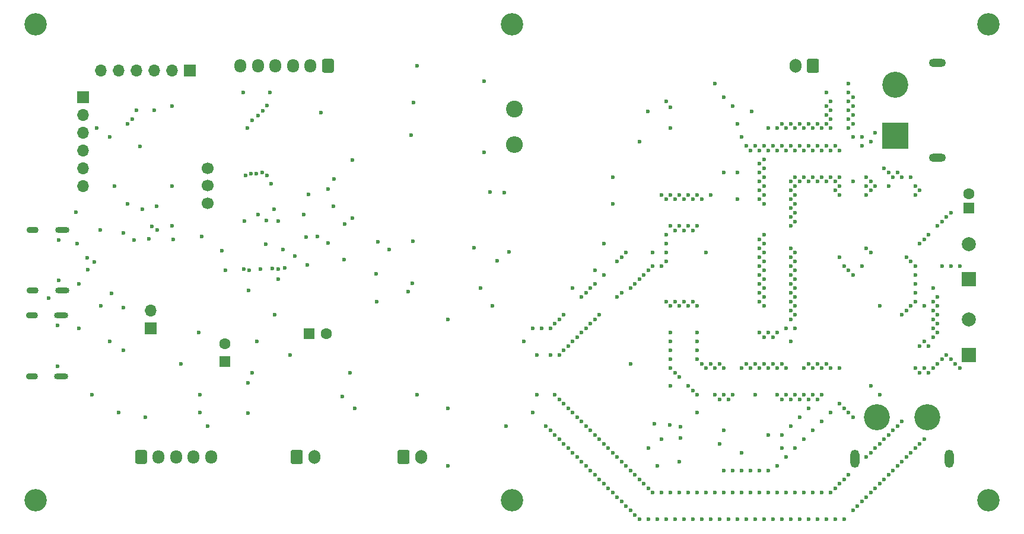
<source format=gbs>
G04 #@! TF.GenerationSoftware,KiCad,Pcbnew,(5.1.12)-1*
G04 #@! TF.CreationDate,2022-01-12T16:51:38+09:00*
G04 #@! TF.ProjectId,NHK2022_MD_product,4e484b32-3032-4325-9f4d-445f70726f64,rev?*
G04 #@! TF.SameCoordinates,PX3c8eee0PY853a720*
G04 #@! TF.FileFunction,Soldermask,Bot*
G04 #@! TF.FilePolarity,Negative*
%FSLAX46Y46*%
G04 Gerber Fmt 4.6, Leading zero omitted, Abs format (unit mm)*
G04 Created by KiCad (PCBNEW (5.1.12)-1) date 2022-01-12 16:51:38*
%MOMM*%
%LPD*%
G01*
G04 APERTURE LIST*
%ADD10O,2.000000X0.900000*%
%ADD11O,1.700000X0.900000*%
%ADD12C,0.600000*%
%ADD13C,3.200000*%
%ADD14R,1.600000X1.600000*%
%ADD15C,1.600000*%
%ADD16C,2.000000*%
%ADD17R,2.000000X2.000000*%
%ADD18R,1.700000X1.700000*%
%ADD19O,1.700000X1.700000*%
%ADD20C,2.400000*%
%ADD21O,2.400000X2.400000*%
%ADD22C,1.700000*%
%ADD23C,3.716000*%
%ADD24O,1.300000X2.600000*%
%ADD25R,3.716000X3.716000*%
%ADD26O,2.400000X1.200000*%
%ADD27O,1.700000X2.000000*%
%ADD28O,1.700000X1.950000*%
G04 APERTURE END LIST*
D10*
X-4930000Y23515000D03*
X-4930000Y14875000D03*
D11*
X-9100000Y23515000D03*
X-9100000Y14875000D03*
D12*
X-5410000Y16305000D03*
X-5410000Y22085000D03*
D13*
X-8700000Y-15050000D03*
X127300000Y-15050000D03*
X59300000Y-15050000D03*
X127300000Y52950000D03*
X59300000Y52950000D03*
X-8700000Y52950000D03*
D14*
X124460000Y26670000D03*
D15*
X124460000Y28670000D03*
D16*
X124460000Y21510000D03*
D17*
X124460000Y16510000D03*
X124460000Y5715000D03*
D16*
X124460000Y10715000D03*
D14*
X30300000Y8760000D03*
D15*
X32800000Y8760000D03*
X18300000Y7260000D03*
D14*
X18300000Y4760000D03*
D18*
X7750000Y9450000D03*
D19*
X7750000Y11990000D03*
D20*
X59660000Y40780000D03*
D21*
X59660000Y35700000D03*
D22*
X15875000Y32385000D03*
X15875000Y29885000D03*
X15875000Y27385000D03*
D10*
X-5055000Y11305000D03*
X-5055000Y2665000D03*
D11*
X-9225000Y11305000D03*
X-9225000Y2665000D03*
D12*
X-5535000Y4095000D03*
X-5535000Y9875000D03*
D23*
X111335000Y-3175000D03*
X118535000Y-3175000D03*
D24*
X108185000Y-9175000D03*
X121685000Y-9175000D03*
D23*
X114015000Y44240000D03*
D25*
X114015000Y37040000D03*
D26*
X120015000Y47390000D03*
X120015000Y33890000D03*
G36*
G01*
X103085000Y47740000D02*
X103085000Y46240000D01*
G75*
G02*
X102835000Y45990000I-250000J0D01*
G01*
X101635000Y45990000D01*
G75*
G02*
X101385000Y46240000I0J250000D01*
G01*
X101385000Y47740000D01*
G75*
G02*
X101635000Y47990000I250000J0D01*
G01*
X102835000Y47990000D01*
G75*
G02*
X103085000Y47740000I0J-250000D01*
G01*
G37*
D27*
X99735000Y46990000D03*
G36*
G01*
X33870000Y47715000D02*
X33870000Y46265000D01*
G75*
G02*
X33620000Y46015000I-250000J0D01*
G01*
X32420000Y46015000D01*
G75*
G02*
X32170000Y46265000I0J250000D01*
G01*
X32170000Y47715000D01*
G75*
G02*
X32420000Y47965000I250000J0D01*
G01*
X33620000Y47965000D01*
G75*
G02*
X33870000Y47715000I0J-250000D01*
G01*
G37*
D28*
X30520000Y46990000D03*
X28020000Y46990000D03*
X25520000Y46990000D03*
X23020000Y46990000D03*
X20520000Y46990000D03*
D18*
X-1905000Y42545000D03*
D19*
X-1905000Y40005000D03*
X-1905000Y37465000D03*
X-1905000Y34925000D03*
X-1905000Y32385000D03*
X-1905000Y29845000D03*
X635000Y46355000D03*
X3175000Y46355000D03*
X5715000Y46355000D03*
X8255000Y46355000D03*
X10795000Y46355000D03*
D18*
X13335000Y46355000D03*
G36*
G01*
X5500000Y-9615000D02*
X5500000Y-8165000D01*
G75*
G02*
X5750000Y-7915000I250000J0D01*
G01*
X6950000Y-7915000D01*
G75*
G02*
X7200000Y-8165000I0J-250000D01*
G01*
X7200000Y-9615000D01*
G75*
G02*
X6950000Y-9865000I-250000J0D01*
G01*
X5750000Y-9865000D01*
G75*
G02*
X5500000Y-9615000I0J250000D01*
G01*
G37*
D28*
X8850000Y-8890000D03*
X11350000Y-8890000D03*
X13850000Y-8890000D03*
X16350000Y-8890000D03*
D27*
X31075000Y-8890000D03*
G36*
G01*
X27725000Y-9640000D02*
X27725000Y-8140000D01*
G75*
G02*
X27975000Y-7890000I250000J0D01*
G01*
X29175000Y-7890000D01*
G75*
G02*
X29425000Y-8140000I0J-250000D01*
G01*
X29425000Y-9640000D01*
G75*
G02*
X29175000Y-9890000I-250000J0D01*
G01*
X27975000Y-9890000D01*
G75*
G02*
X27725000Y-9640000I0J250000D01*
G01*
G37*
G36*
G01*
X42965000Y-9640000D02*
X42965000Y-8140000D01*
G75*
G02*
X43215000Y-7890000I250000J0D01*
G01*
X44415000Y-7890000D01*
G75*
G02*
X44665000Y-8140000I0J-250000D01*
G01*
X44665000Y-9640000D01*
G75*
G02*
X44415000Y-9890000I-250000J0D01*
G01*
X43215000Y-9890000D01*
G75*
G02*
X42965000Y-9640000I0J250000D01*
G01*
G37*
X46315000Y-8890000D03*
D12*
X104140000Y43180000D03*
X104775000Y41910000D03*
X104775000Y40640000D03*
X104775000Y39370000D03*
X104775000Y38100000D03*
X103505000Y38100000D03*
X102235000Y38100000D03*
X100965000Y38100000D03*
X99695000Y38100000D03*
X98425000Y38100000D03*
X97155000Y38100000D03*
X95885000Y38100000D03*
X107315000Y43180000D03*
X107315000Y41910000D03*
X107315000Y40640000D03*
X107315000Y39370000D03*
X107315000Y38100000D03*
X107950000Y36830000D03*
X109220000Y35560000D03*
X110490000Y36195000D03*
X111125000Y37465000D03*
X105410000Y35560000D03*
X106045000Y34925000D03*
X104140000Y35560000D03*
X102870000Y35560000D03*
X101600000Y35560000D03*
X100330000Y35560000D03*
X99060000Y35560000D03*
X97790000Y35560000D03*
X96520000Y35560000D03*
X95250000Y35560000D03*
X93980000Y35560000D03*
X92710000Y35560000D03*
X104775000Y34925000D03*
X103505000Y34925000D03*
X102235000Y34925000D03*
X100965000Y34925000D03*
X99695000Y34925000D03*
X98425000Y34925000D03*
X97155000Y34925000D03*
X95885000Y34925000D03*
X94615000Y34925000D03*
X93345000Y34925000D03*
X106045000Y31115000D03*
X106045000Y29845000D03*
X106045000Y28575000D03*
X104775000Y31115000D03*
X103505000Y31115000D03*
X102235000Y31115000D03*
X100965000Y31115000D03*
X99695000Y31115000D03*
X99060000Y30480000D03*
X99060000Y29210000D03*
X99060000Y27940000D03*
X99060000Y26670000D03*
X99060000Y25400000D03*
X99060000Y24130000D03*
X102870000Y30480000D03*
X101600000Y30480000D03*
X100330000Y30480000D03*
X99695000Y29845000D03*
X104140000Y30480000D03*
X105410000Y30480000D03*
X105410000Y29210000D03*
X99695000Y28575000D03*
X99695000Y27305000D03*
X99695000Y26035000D03*
X99695000Y24765000D03*
X95250000Y33655000D03*
X95250000Y32385000D03*
X95250000Y31115000D03*
X95250000Y29845000D03*
X95250000Y28575000D03*
X95250000Y27305000D03*
X94615000Y33020000D03*
X94615000Y31750000D03*
X94615000Y30480000D03*
X94615000Y29210000D03*
X94615000Y27940000D03*
X97790000Y38735000D03*
X99060000Y38735000D03*
X100330000Y38735000D03*
X101600000Y38735000D03*
X102870000Y38735000D03*
X104140000Y38735000D03*
X104140000Y40005000D03*
X104140000Y41275000D03*
X107315000Y44450000D03*
X107950000Y42545000D03*
X107950000Y41275000D03*
X107950000Y40005000D03*
X107950000Y38735000D03*
X109220000Y36830000D03*
X109855000Y31115000D03*
X109855000Y29845000D03*
X109855000Y28575000D03*
X111125000Y29845000D03*
X110490000Y30480000D03*
X110490000Y29210000D03*
X95250000Y22860000D03*
X95250000Y21590000D03*
X95250000Y20320000D03*
X95250000Y19050000D03*
X95250000Y17780000D03*
X95250000Y16510000D03*
X95250000Y15240000D03*
X95250000Y13970000D03*
X95250000Y12700000D03*
X94615000Y22225000D03*
X94615000Y20955000D03*
X94615000Y19685000D03*
X94615000Y18415000D03*
X94615000Y17145000D03*
X94615000Y15875000D03*
X94615000Y14605000D03*
X94615000Y13335000D03*
X99060000Y20955000D03*
X99060000Y19685000D03*
X99060000Y18415000D03*
X99060000Y17145000D03*
X99060000Y15875000D03*
X99060000Y14605000D03*
X99060000Y13335000D03*
X99060000Y12065000D03*
X99060000Y10795000D03*
X98425000Y9525000D03*
X97155000Y8890000D03*
X95885000Y8890000D03*
X94615000Y8890000D03*
X99695000Y20320000D03*
X99695000Y19050000D03*
X99695000Y17780000D03*
X99695000Y16510000D03*
X99695000Y15240000D03*
X99695000Y13970000D03*
X99695000Y12700000D03*
X99695000Y11430000D03*
X95250000Y8255000D03*
X96520000Y8255000D03*
X99695000Y9525000D03*
X85725000Y12700000D03*
X84455000Y12700000D03*
X83185000Y12700000D03*
X81915000Y12700000D03*
X85725000Y8890000D03*
X81915000Y8890000D03*
X81915000Y7620000D03*
X81915000Y6350000D03*
X81915000Y5080000D03*
X81915000Y3810000D03*
X85725000Y7620000D03*
X85725000Y6350000D03*
X85725000Y5080000D03*
X83185000Y2540000D03*
X82550000Y3175000D03*
X84455000Y1270000D03*
X85090000Y635000D03*
X85725000Y0D03*
X88265000Y0D03*
X89535000Y0D03*
X90805000Y0D03*
X93980000Y0D03*
X97155000Y0D03*
X98425000Y0D03*
X99695000Y0D03*
X100965000Y0D03*
X102235000Y0D03*
X103505000Y0D03*
X86995000Y3810000D03*
X88265000Y3810000D03*
X89535000Y3810000D03*
X92075000Y3810000D03*
X93345000Y3810000D03*
X94615000Y3810000D03*
X95885000Y3810000D03*
X97155000Y3810000D03*
X98425000Y3810000D03*
X100965000Y3810000D03*
X102235000Y3810000D03*
X103505000Y3810000D03*
X104775000Y3810000D03*
X106045000Y3810000D03*
X110490000Y1270000D03*
X88900000Y4445000D03*
X87630000Y4445000D03*
X92710000Y4445000D03*
X93980000Y4445000D03*
X95250000Y4445000D03*
X96520000Y4445000D03*
X97790000Y4445000D03*
X101600000Y4445000D03*
X102870000Y4445000D03*
X104140000Y4445000D03*
X88900000Y-635000D03*
X90170000Y-635000D03*
X97790000Y-635000D03*
X99060000Y-635000D03*
X100330000Y-635000D03*
X101600000Y-635000D03*
X102870000Y-635000D03*
X106045000Y-1270000D03*
X106680000Y-1905000D03*
X107315000Y-2540000D03*
X85090000Y13335000D03*
X83820000Y13335000D03*
X82550000Y13335000D03*
X85725000Y24130000D03*
X84455000Y24130000D03*
X83185000Y24130000D03*
X81915000Y24130000D03*
X82550000Y23495000D03*
X83820000Y23495000D03*
X85090000Y23495000D03*
X86360000Y27940000D03*
X85090000Y27940000D03*
X83820000Y27940000D03*
X82550000Y27940000D03*
X81280000Y27940000D03*
X81915000Y28575000D03*
X83185000Y28575000D03*
X84455000Y28575000D03*
X85725000Y28575000D03*
X81280000Y22860000D03*
X81280000Y21590000D03*
X81280000Y20320000D03*
X81280000Y19050000D03*
X80645000Y18415000D03*
X79375000Y18415000D03*
X78740000Y17780000D03*
X78105000Y17145000D03*
X77470000Y16510000D03*
X76835000Y15875000D03*
X74930000Y14605000D03*
X74295000Y13970000D03*
X71755000Y11430000D03*
X71120000Y10795000D03*
X70485000Y10160000D03*
X69850000Y9525000D03*
X69215000Y8890000D03*
X68580000Y8255000D03*
X67945000Y7620000D03*
X67310000Y6985000D03*
X66675000Y6350000D03*
X66040000Y5715000D03*
X64770000Y5715000D03*
X62865000Y5715000D03*
X75565000Y20320000D03*
X74930000Y19685000D03*
X74295000Y19050000D03*
X72390000Y17145000D03*
X71120000Y15875000D03*
X70485000Y15240000D03*
X69850000Y14605000D03*
X69215000Y13970000D03*
X66675000Y11430000D03*
X66040000Y10795000D03*
X65405000Y10160000D03*
X64770000Y9525000D03*
X63500000Y9525000D03*
X62230000Y9525000D03*
X106045000Y19685000D03*
X106680000Y18415000D03*
X107950000Y17145000D03*
X107315000Y17780000D03*
X109855000Y20955000D03*
X110490000Y20320000D03*
X65405000Y0D03*
X66040000Y-635000D03*
X66675000Y-1270000D03*
X67310000Y-1905000D03*
X67945000Y-2540000D03*
X68580000Y-3175000D03*
X69215000Y-3810000D03*
X69850000Y-4445000D03*
X70485000Y-5080000D03*
X71120000Y-5715000D03*
X71755000Y-6350000D03*
X72390000Y-6985000D03*
X73025000Y-7620000D03*
X73660000Y-8255000D03*
X74295000Y-8890000D03*
X74930000Y-9525000D03*
X75565000Y-10160000D03*
X76200000Y-10795000D03*
X76835000Y-11430000D03*
X77470000Y-12065000D03*
X78105000Y-12700000D03*
X78740000Y-13335000D03*
X79375000Y-13970000D03*
X80645000Y-13970000D03*
X81915000Y-13970000D03*
X81915000Y-13970000D03*
X83185000Y-13970000D03*
X84455000Y-13970000D03*
X85725000Y-13970000D03*
X86995000Y-13970000D03*
X88265000Y-13970000D03*
X89535000Y-13970000D03*
X90805000Y-13970000D03*
X92075000Y-13970000D03*
X93345000Y-13970000D03*
X94615000Y-13970000D03*
X95885000Y-13970000D03*
X97155000Y-13970000D03*
X98425000Y-13970000D03*
X99695000Y-13970000D03*
X100965000Y-13970000D03*
X102235000Y-13970000D03*
X103505000Y-13970000D03*
X104775000Y-13970000D03*
X105410000Y-13335000D03*
X106045000Y-12700000D03*
X106680000Y-12065000D03*
X107315000Y-11430000D03*
X109855000Y-8890000D03*
X110490000Y-8255000D03*
X111125000Y-7620000D03*
X111760000Y-6985000D03*
X112395000Y-6350000D03*
X113030000Y-5715000D03*
X113665000Y-5080000D03*
X114300000Y-4445000D03*
X114935000Y-3810000D03*
X62230000Y-2540000D03*
X64135000Y-4445000D03*
X64770000Y-5080000D03*
X65405000Y-5715000D03*
X66040000Y-6350000D03*
X66675000Y-6985000D03*
X67310000Y-7620000D03*
X67945000Y-8255000D03*
X68580000Y-8890000D03*
X69215000Y-9525000D03*
X69850000Y-10160000D03*
X70485000Y-10795000D03*
X71120000Y-11430000D03*
X71755000Y-12065000D03*
X72390000Y-12700000D03*
X73025000Y-13335000D03*
X73660000Y-13970000D03*
X74295000Y-14605000D03*
X74930000Y-15240000D03*
X75565000Y-15875000D03*
X76200000Y-16510000D03*
X76835000Y-17145000D03*
X77470000Y-17780000D03*
X78740000Y-17780000D03*
X80010000Y-17780000D03*
X81280000Y-17780000D03*
X82550000Y-17780000D03*
X83820000Y-17780000D03*
X85090000Y-17780000D03*
X86360000Y-17780000D03*
X87630000Y-17780000D03*
X88900000Y-17780000D03*
X90170000Y-17780000D03*
X91440000Y-17780000D03*
X92710000Y-17780000D03*
X93980000Y-17780000D03*
X95250000Y-17780000D03*
X96520000Y-17780000D03*
X97790000Y-17780000D03*
X99060000Y-17780000D03*
X100330000Y-17780000D03*
X101600000Y-17780000D03*
X102870000Y-17780000D03*
X104140000Y-17780000D03*
X105410000Y-17780000D03*
X106680000Y-17780000D03*
X107950000Y-16510000D03*
X108585000Y-15875000D03*
X109220000Y-15240000D03*
X109855000Y-14605000D03*
X110490000Y-13970000D03*
X111125000Y-13335000D03*
X111760000Y-12700000D03*
X112395000Y-12065000D03*
X113030000Y-11430000D03*
X113665000Y-10795000D03*
X114300000Y-10160000D03*
X114935000Y-9525000D03*
X115570000Y-8890000D03*
X116205000Y-8255000D03*
X116840000Y-7620000D03*
X117475000Y-6985000D03*
X118110000Y-6350000D03*
X120015000Y13970000D03*
X120015000Y12700000D03*
X120015000Y11430000D03*
X120015000Y10160000D03*
X120015000Y8890000D03*
X118745000Y6985000D03*
X117475000Y6985000D03*
X118110000Y7620000D03*
X119380000Y8255000D03*
X119380000Y9525000D03*
X119380000Y10795000D03*
X119380000Y12065000D03*
X119380000Y13335000D03*
X116840000Y3810000D03*
X118110000Y3810000D03*
X119380000Y3810000D03*
X120015000Y4445000D03*
X120650000Y5080000D03*
X121285000Y5715000D03*
X121920000Y5080000D03*
X122555000Y4445000D03*
X123190000Y3810000D03*
X118745000Y3175000D03*
X117475000Y3175000D03*
X115570000Y19685000D03*
X116840000Y18415000D03*
X116840000Y17145000D03*
X116840000Y15875000D03*
X116840000Y14605000D03*
X116840000Y13335000D03*
X116205000Y12700000D03*
X115570000Y12065000D03*
X114935000Y11430000D03*
X116205000Y19050000D03*
X121920000Y26035000D03*
X121285000Y25400000D03*
X120650000Y24765000D03*
X120015000Y24130000D03*
X118745000Y22860000D03*
X118110000Y22225000D03*
X117475000Y21590000D03*
X112395000Y32385000D03*
X113030000Y31750000D03*
X113665000Y31115000D03*
X114935000Y31115000D03*
X116205000Y31115000D03*
X116840000Y29845000D03*
X116840000Y28575000D03*
X114300000Y31750000D03*
X117475000Y29210000D03*
X101600000Y-1905000D03*
X100330000Y-3175000D03*
X99060000Y-4445000D03*
X97790000Y-5715000D03*
X89535000Y-10795000D03*
X90805000Y-10795000D03*
X92075000Y-10795000D03*
X93345000Y-10795000D03*
X94615000Y-10795000D03*
X95885000Y-10795000D03*
X97155000Y-10160000D03*
X98425000Y-8890000D03*
X99695000Y-7620000D03*
X100965000Y-6350000D03*
X102235000Y-5080000D03*
X103505000Y-3810000D03*
X104775000Y-2540000D03*
X119380000Y15240000D03*
X120650000Y18415000D03*
X121920000Y18415000D03*
X123190000Y18415000D03*
X80645000Y28575000D03*
X107950000Y-3175000D03*
X111760000Y0D03*
X79375000Y20320000D03*
X60960000Y7620000D03*
X88265000Y44450000D03*
X87630000Y28575000D03*
X78715000Y40475000D03*
X73660000Y27305000D03*
X99060000Y7620000D03*
X80645000Y-6350000D03*
X89535000Y-5080000D03*
X89535000Y42545000D03*
X89535000Y31750000D03*
X118110000Y12700000D03*
X111760000Y12700000D03*
X55340000Y44800000D03*
X55340000Y34600000D03*
X58216164Y28903836D03*
X58850000Y20400000D03*
X35030000Y-280000D03*
X26820000Y18130000D03*
X26610000Y20780000D03*
X25310000Y26510000D03*
X35310000Y19270000D03*
X35410000Y24380000D03*
X36510000Y25260000D03*
X36510000Y33550000D03*
X7500000Y22300000D03*
X7900000Y24040000D03*
X6160000Y35480000D03*
X6580000Y26460000D03*
X45720000Y0D03*
X21610000Y1710000D03*
X21570000Y-2590000D03*
X27650000Y5680000D03*
X28260000Y19790000D03*
X23020000Y25740000D03*
X24120000Y21480000D03*
X45720000Y46990000D03*
X45260000Y41735000D03*
X12065000Y4445000D03*
X36195000Y3175000D03*
X36830000Y-1905000D03*
X39940000Y17290000D03*
X40005000Y13335000D03*
X56515000Y12700000D03*
X58420000Y-4445000D03*
X107950000Y30480000D03*
X109220000Y18415000D03*
X113030000Y29845000D03*
X92075000Y36830000D03*
X97790000Y-7620000D03*
X0Y38100000D03*
X1905000Y36830000D03*
X2540000Y29845000D03*
X10795000Y29845000D03*
X10795000Y24130000D03*
X510000Y23520000D03*
X5388836Y22131164D03*
X3840000Y23090000D03*
X-6832500Y13817500D03*
X635000Y12700000D03*
X-635000Y0D03*
X22860000Y7620000D03*
X22225000Y3175000D03*
X-2960000Y26050000D03*
X-2750000Y21600000D03*
X-2540000Y15875000D03*
X-2540000Y9525000D03*
X14710000Y-20000D03*
X14710000Y-2540000D03*
X33850000Y30840000D03*
X33800000Y26930000D03*
X62865000Y0D03*
X24930000Y30176000D03*
X20955000Y43180000D03*
X24765000Y43180000D03*
X29570000Y25780000D03*
X30210000Y28600000D03*
X8660000Y23520000D03*
X8550000Y26890000D03*
X4445000Y38735000D03*
X4445000Y27305000D03*
X-310000Y18990000D03*
X3810000Y12480000D03*
X-1310000Y19580000D03*
X-1270000Y17870000D03*
X1905000Y7620000D03*
X2100010Y14499990D03*
X24320000Y41330000D03*
X24320000Y31350000D03*
X10795000Y41275000D03*
X23710000Y40590000D03*
X23614115Y31726472D03*
X8255000Y40640000D03*
X23060000Y39910000D03*
X22826880Y31584121D03*
X5715000Y40640000D03*
X22216880Y39240000D03*
X22027255Y31608686D03*
X5080000Y39370000D03*
X14990000Y22630000D03*
X3175000Y-2540000D03*
X3810000Y6350000D03*
X14605000Y8890000D03*
X10930000Y22200010D03*
X6985000Y-3175000D03*
X21040000Y17950000D03*
X15875000Y-4445000D03*
X18415000Y17780000D03*
X23350000Y17930000D03*
X25050000Y18060000D03*
X50165000Y-1905000D03*
X50165000Y-10160000D03*
X25400000Y11430000D03*
X50165000Y10795000D03*
X81801164Y-4331164D03*
X79638664Y-4181336D03*
X86360000Y4445000D03*
X78740000Y-7620000D03*
X88900000Y-6985000D03*
X80010000Y-10160000D03*
X92075000Y-8255000D03*
X85725000Y-2540000D03*
X95885000Y-5715000D03*
X83185000Y-9525000D03*
X91440000Y38735000D03*
X91440000Y31750000D03*
X91440000Y27940000D03*
X86995000Y20320000D03*
X93528836Y40456164D03*
X90805000Y41275000D03*
X73660000Y31115000D03*
X72390000Y21590000D03*
X21520000Y38110000D03*
X21292616Y31291971D03*
X30090000Y18569999D03*
X29920000Y22540000D03*
X31500000Y22580000D03*
X32020000Y40310000D03*
X45100000Y15900000D03*
X45150000Y21960000D03*
X33020000Y29380000D03*
X33070000Y21700000D03*
X57180000Y19150000D03*
X56130000Y28990000D03*
X44930000Y37090000D03*
X44490000Y14760000D03*
X21660000Y14940000D03*
X21818122Y17764180D03*
X81280000Y13335000D03*
X81915000Y1270000D03*
X83298836Y-4558836D03*
X83358836Y-6176164D03*
X76200000Y4445000D03*
X76200000Y15240000D03*
X25970000Y16480000D03*
X25970000Y17970000D03*
X54770000Y15200000D03*
X53850000Y20960000D03*
X41725686Y20744314D03*
X40150000Y21880000D03*
X67945000Y15240000D03*
X81280000Y41910000D03*
X71120000Y17780000D03*
X77470000Y36195000D03*
X81915000Y38100000D03*
X81915000Y41085000D03*
X17888565Y20538565D03*
X21118649Y24772913D03*
X24258565Y24881435D03*
X25920000Y24773763D03*
M02*

</source>
